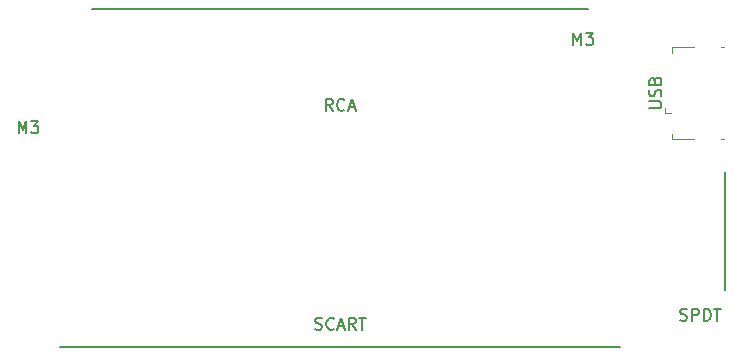
<source format=gto>
G04 #@! TF.FileFunction,Legend,Top*
%FSLAX46Y46*%
G04 Gerber Fmt 4.6, Leading zero omitted, Abs format (unit mm)*
G04 Created by KiCad (PCBNEW 4.0.7) date 06/10/18 23:46:38*
%MOMM*%
%LPD*%
G01*
G04 APERTURE LIST*
%ADD10C,0.100000*%
%ADD11C,0.150000*%
%ADD12C,0.120000*%
G04 APERTURE END LIST*
D10*
D11*
X184018000Y-117174000D02*
X184018000Y-127174000D01*
D12*
X179468000Y-114390000D02*
X179468000Y-113940000D01*
X181318000Y-114390000D02*
X179468000Y-114390000D01*
X183868000Y-106590000D02*
X183618000Y-106590000D01*
X183868000Y-114390000D02*
X183618000Y-114390000D01*
X181318000Y-106590000D02*
X179468000Y-106590000D01*
X179468000Y-106590000D02*
X179468000Y-107040000D01*
X178918000Y-112190000D02*
X178918000Y-111740000D01*
X178918000Y-112190000D02*
X179368000Y-112190000D01*
D11*
X175084000Y-131938000D02*
X127684000Y-131938000D01*
X172384000Y-103378000D02*
X130384000Y-103378000D01*
X180197333Y-129690762D02*
X180340190Y-129738381D01*
X180578286Y-129738381D01*
X180673524Y-129690762D01*
X180721143Y-129643143D01*
X180768762Y-129547905D01*
X180768762Y-129452667D01*
X180721143Y-129357429D01*
X180673524Y-129309810D01*
X180578286Y-129262190D01*
X180387809Y-129214571D01*
X180292571Y-129166952D01*
X180244952Y-129119333D01*
X180197333Y-129024095D01*
X180197333Y-128928857D01*
X180244952Y-128833619D01*
X180292571Y-128786000D01*
X180387809Y-128738381D01*
X180625905Y-128738381D01*
X180768762Y-128786000D01*
X181197333Y-129738381D02*
X181197333Y-128738381D01*
X181578286Y-128738381D01*
X181673524Y-128786000D01*
X181721143Y-128833619D01*
X181768762Y-128928857D01*
X181768762Y-129071714D01*
X181721143Y-129166952D01*
X181673524Y-129214571D01*
X181578286Y-129262190D01*
X181197333Y-129262190D01*
X182197333Y-129738381D02*
X182197333Y-128738381D01*
X182435428Y-128738381D01*
X182578286Y-128786000D01*
X182673524Y-128881238D01*
X182721143Y-128976476D01*
X182768762Y-129166952D01*
X182768762Y-129309810D01*
X182721143Y-129500286D01*
X182673524Y-129595524D01*
X182578286Y-129690762D01*
X182435428Y-129738381D01*
X182197333Y-129738381D01*
X183054476Y-128738381D02*
X183625905Y-128738381D01*
X183340190Y-129738381D02*
X183340190Y-128738381D01*
X177570381Y-111751905D02*
X178379905Y-111751905D01*
X178475143Y-111704286D01*
X178522762Y-111656667D01*
X178570381Y-111561429D01*
X178570381Y-111370952D01*
X178522762Y-111275714D01*
X178475143Y-111228095D01*
X178379905Y-111180476D01*
X177570381Y-111180476D01*
X178522762Y-110751905D02*
X178570381Y-110609048D01*
X178570381Y-110370952D01*
X178522762Y-110275714D01*
X178475143Y-110228095D01*
X178379905Y-110180476D01*
X178284667Y-110180476D01*
X178189429Y-110228095D01*
X178141810Y-110275714D01*
X178094190Y-110370952D01*
X178046571Y-110561429D01*
X177998952Y-110656667D01*
X177951333Y-110704286D01*
X177856095Y-110751905D01*
X177760857Y-110751905D01*
X177665619Y-110704286D01*
X177618000Y-110656667D01*
X177570381Y-110561429D01*
X177570381Y-110323333D01*
X177618000Y-110180476D01*
X178046571Y-109418571D02*
X178094190Y-109275714D01*
X178141810Y-109228095D01*
X178237048Y-109180476D01*
X178379905Y-109180476D01*
X178475143Y-109228095D01*
X178522762Y-109275714D01*
X178570381Y-109370952D01*
X178570381Y-109751905D01*
X177570381Y-109751905D01*
X177570381Y-109418571D01*
X177618000Y-109323333D01*
X177665619Y-109275714D01*
X177760857Y-109228095D01*
X177856095Y-109228095D01*
X177951333Y-109275714D01*
X177998952Y-109323333D01*
X178046571Y-109418571D01*
X178046571Y-109751905D01*
X149288762Y-130452762D02*
X149431619Y-130500381D01*
X149669715Y-130500381D01*
X149764953Y-130452762D01*
X149812572Y-130405143D01*
X149860191Y-130309905D01*
X149860191Y-130214667D01*
X149812572Y-130119429D01*
X149764953Y-130071810D01*
X149669715Y-130024190D01*
X149479238Y-129976571D01*
X149384000Y-129928952D01*
X149336381Y-129881333D01*
X149288762Y-129786095D01*
X149288762Y-129690857D01*
X149336381Y-129595619D01*
X149384000Y-129548000D01*
X149479238Y-129500381D01*
X149717334Y-129500381D01*
X149860191Y-129548000D01*
X150860191Y-130405143D02*
X150812572Y-130452762D01*
X150669715Y-130500381D01*
X150574477Y-130500381D01*
X150431619Y-130452762D01*
X150336381Y-130357524D01*
X150288762Y-130262286D01*
X150241143Y-130071810D01*
X150241143Y-129928952D01*
X150288762Y-129738476D01*
X150336381Y-129643238D01*
X150431619Y-129548000D01*
X150574477Y-129500381D01*
X150669715Y-129500381D01*
X150812572Y-129548000D01*
X150860191Y-129595619D01*
X151241143Y-130214667D02*
X151717334Y-130214667D01*
X151145905Y-130500381D02*
X151479238Y-129500381D01*
X151812572Y-130500381D01*
X152717334Y-130500381D02*
X152384000Y-130024190D01*
X152145905Y-130500381D02*
X152145905Y-129500381D01*
X152526858Y-129500381D01*
X152622096Y-129548000D01*
X152669715Y-129595619D01*
X152717334Y-129690857D01*
X152717334Y-129833714D01*
X152669715Y-129928952D01*
X152622096Y-129976571D01*
X152526858Y-130024190D01*
X152145905Y-130024190D01*
X153003048Y-129500381D02*
X153574477Y-129500381D01*
X153288762Y-130500381D02*
X153288762Y-129500381D01*
X150764953Y-111958381D02*
X150431619Y-111482190D01*
X150193524Y-111958381D02*
X150193524Y-110958381D01*
X150574477Y-110958381D01*
X150669715Y-111006000D01*
X150717334Y-111053619D01*
X150764953Y-111148857D01*
X150764953Y-111291714D01*
X150717334Y-111386952D01*
X150669715Y-111434571D01*
X150574477Y-111482190D01*
X150193524Y-111482190D01*
X151764953Y-111863143D02*
X151717334Y-111910762D01*
X151574477Y-111958381D01*
X151479239Y-111958381D01*
X151336381Y-111910762D01*
X151241143Y-111815524D01*
X151193524Y-111720286D01*
X151145905Y-111529810D01*
X151145905Y-111386952D01*
X151193524Y-111196476D01*
X151241143Y-111101238D01*
X151336381Y-111006000D01*
X151479239Y-110958381D01*
X151574477Y-110958381D01*
X151717334Y-111006000D01*
X151764953Y-111053619D01*
X152145905Y-111672667D02*
X152622096Y-111672667D01*
X152050667Y-111958381D02*
X152384000Y-110958381D01*
X152717334Y-111958381D01*
X124174476Y-113857048D02*
X124174476Y-112857048D01*
X124507810Y-113571334D01*
X124841143Y-112857048D01*
X124841143Y-113857048D01*
X125222095Y-112857048D02*
X125841143Y-112857048D01*
X125507809Y-113238000D01*
X125650667Y-113238000D01*
X125745905Y-113285619D01*
X125793524Y-113333238D01*
X125841143Y-113428477D01*
X125841143Y-113666572D01*
X125793524Y-113761810D01*
X125745905Y-113809429D01*
X125650667Y-113857048D01*
X125364952Y-113857048D01*
X125269714Y-113809429D01*
X125222095Y-113761810D01*
X171148476Y-106370381D02*
X171148476Y-105370381D01*
X171481810Y-106084667D01*
X171815143Y-105370381D01*
X171815143Y-106370381D01*
X172196095Y-105370381D02*
X172815143Y-105370381D01*
X172481809Y-105751333D01*
X172624667Y-105751333D01*
X172719905Y-105798952D01*
X172767524Y-105846571D01*
X172815143Y-105941810D01*
X172815143Y-106179905D01*
X172767524Y-106275143D01*
X172719905Y-106322762D01*
X172624667Y-106370381D01*
X172338952Y-106370381D01*
X172243714Y-106322762D01*
X172196095Y-106275143D01*
M02*

</source>
